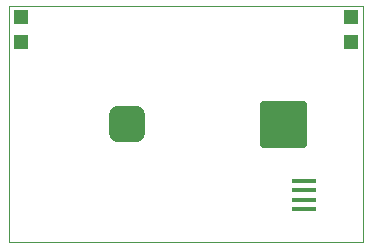
<source format=gbp>
G75*
%MOIN*%
%OFA0B0*%
%FSLAX24Y24*%
%IPPOS*%
%LPD*%
%AMOC8*
5,1,8,0,0,1.08239X$1,22.5*
%
%ADD10C,0.0000*%
%ADD11R,0.0787X0.0157*%
%ADD12C,0.0591*%
%ADD13C,0.0236*%
%ADD14R,0.0472X0.0472*%
D10*
X000680Y000380D02*
X000680Y008254D01*
X012491Y008254D01*
X012491Y000380D01*
X000680Y000380D01*
D11*
X010523Y001482D03*
X010523Y001797D03*
X010523Y002112D03*
X010523Y002427D03*
D12*
X004912Y004022D02*
X004322Y004022D01*
X004322Y004612D01*
X004912Y004612D01*
X004912Y004022D01*
X004912Y004612D02*
X004322Y004612D01*
D13*
X009154Y003648D02*
X010492Y003648D01*
X009154Y003648D02*
X009154Y004986D01*
X010492Y004986D01*
X010492Y003648D01*
X010492Y003883D02*
X009154Y003883D01*
X009154Y004118D02*
X010492Y004118D01*
X010492Y004353D02*
X009154Y004353D01*
X009154Y004588D02*
X010492Y004588D01*
X010492Y004823D02*
X009154Y004823D01*
D14*
X012097Y007053D03*
X012097Y007880D03*
X001074Y007880D03*
X001074Y007053D03*
M02*

</source>
